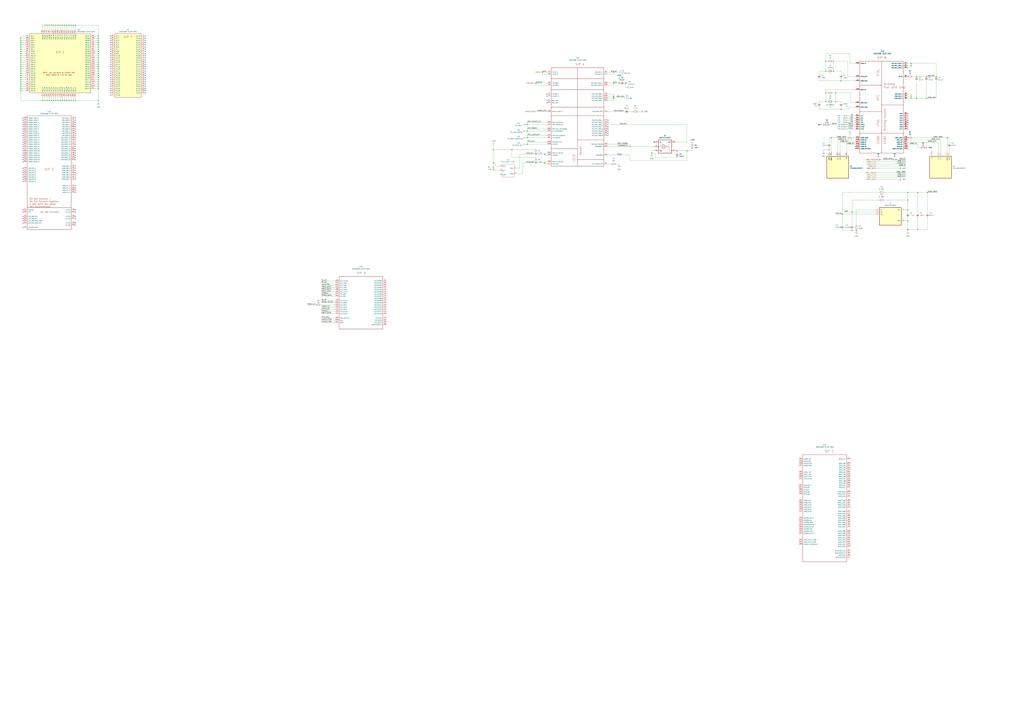
<source format=kicad_sch>
(kicad_sch (version 20211123) (generator eeschema)
  (paper "A0")
  (junction (at 1057.91 111.76))
  (junction (at 958.85 82.55))
  (junction (at 976.63 93.98))
  (junction (at 114.3 102.87))
  (junction (at 24.13 77.47))
  (junction (at 989.33 246.38))
  (junction (at 24.13 54.61))
  (junction (at 67.31 116.84))
  (junction (at 69.85 29.21))
  (junction (at 59.69 29.21))
  (junction (at 1076.96 223.52))
  (junction (at 114.3 69.85))
  (junction (at 114.3 95.25))
  (junction (at 24.13 87.63))
  (junction (at 114.3 44.45))
  (junction (at 958.85 107.95))
  (junction (at 24.13 95.25))
  (junction (at 24.13 102.87))
  (junction (at 59.69 116.84))
  (junction (at 976.63 127))
  (junction (at 114.3 74.93))
  (junction (at 114.3 64.77))
  (junction (at 1065.53 266.7))
  (junction (at 965.2 160.02))
  (junction (at 114.3 54.61))
  (junction (at 62.23 116.84))
  (junction (at 629.92 83.82))
  (junction (at 967.74 71.12))
  (junction (at 82.55 116.84))
  (junction (at 612.14 144.78))
  (junction (at 1057.91 73.66))
  (junction (at 24.13 105.41))
  (junction (at 80.01 116.84))
  (junction (at 572.77 189.23))
  (junction (at 24.13 57.15))
  (junction (at 72.39 116.84))
  (junction (at 114.3 62.23))
  (junction (at 989.33 267.97))
  (junction (at 114.3 80.01))
  (junction (at 72.39 29.21))
  (junction (at 114.3 67.31))
  (junction (at 24.13 49.53))
  (junction (at 114.3 97.79))
  (junction (at 1054.1 266.7))
  (junction (at 731.52 170.18))
  (junction (at 1064.26 114.3))
  (junction (at 958.85 118.11))
  (junction (at 54.61 29.21))
  (junction (at 622.3 96.52))
  (junction (at 114.3 100.33))
  (junction (at 54.61 116.84))
  (junction (at 594.36 173.99))
  (junction (at 49.53 116.84))
  (junction (at 114.3 82.55))
  (junction (at 726.44 96.52))
  (junction (at 24.13 92.71))
  (junction (at 1054.1 243.84))
  (junction (at 622.3 179.07))
  (junction (at 612.14 152.4))
  (junction (at 1054.1 256.54))
  (junction (at 24.13 100.33))
  (junction (at 114.3 49.53))
  (junction (at 77.47 116.84))
  (junction (at 74.93 116.84))
  (junction (at 712.47 113.03))
  (junction (at 114.3 90.17))
  (junction (at 82.55 29.21))
  (junction (at 1075.69 88.9))
  (junction (at 67.31 29.21))
  (junction (at 994.41 267.97))
  (junction (at 24.13 59.69))
  (junction (at 712.47 111.76))
  (junction (at 1065.53 223.52))
  (junction (at 24.13 90.17))
  (junction (at 1054.1 223.52))
  (junction (at 80.01 29.21))
  (junction (at 632.46 179.07))
  (junction (at 74.93 29.21))
  (junction (at 24.13 85.09))
  (junction (at 1057.91 76.2))
  (junction (at 1064.26 88.9))
  (junction (at 24.13 46.99))
  (junction (at 114.3 46.99))
  (junction (at 970.28 118.11))
  (junction (at 52.07 116.84))
  (junction (at 87.63 29.21))
  (junction (at 114.3 92.71))
  (junction (at 712.47 83.82))
  (junction (at 64.77 29.21))
  (junction (at 572.77 173.99))
  (junction (at 797.56 175.26))
  (junction (at 1099.82 160.02))
  (junction (at 62.23 29.21))
  (junction (at 114.3 116.84))
  (junction (at 970.28 107.95))
  (junction (at 1057.91 114.3))
  (junction (at 712.47 96.52))
  (junction (at 85.09 29.21))
  (junction (at 24.13 72.39))
  (junction (at 24.13 67.31))
  (junction (at 712.47 114.3))
  (junction (at 977.9 248.92))
  (junction (at 24.13 64.77))
  (junction (at 87.63 116.84))
  (junction (at 114.3 72.39))
  (junction (at 24.13 52.07))
  (junction (at 24.13 69.85))
  (junction (at 52.07 29.21))
  (junction (at 612.14 160.02))
  (junction (at 24.13 97.79))
  (junction (at 24.13 44.45))
  (junction (at 622.3 189.23))
  (junction (at 114.3 77.47))
  (junction (at 756.92 177.8))
  (junction (at 786.13 175.26))
  (junction (at 114.3 41.91))
  (junction (at 114.3 52.07))
  (junction (at 24.13 82.55))
  (junction (at 962.66 173.99))
  (junction (at 114.3 59.69))
  (junction (at 24.13 80.01))
  (junction (at 114.3 87.63))
  (junction (at 1087.12 88.9))
  (junction (at 69.85 116.84))
  (junction (at 1075.69 114.3))
  (junction (at 77.47 29.21))
  (junction (at 57.15 29.21))
  (junction (at 612.14 167.64))
  (junction (at 718.82 96.52))
  (junction (at 114.3 57.15))
  (junction (at 958.85 71.12))
  (junction (at 1054.1 232.41))
  (junction (at 24.13 74.93))
  (junction (at 85.09 116.84))
  (junction (at 57.15 116.84))
  (junction (at 967.74 82.55))
  (junction (at 114.3 85.09))
  (junction (at 24.13 62.23))
  (junction (at 632.46 189.23))
  (junction (at 64.77 116.84))
  (no_connect (at 128.27 107.95))
  (no_connect (at 128.27 95.25))
  (no_connect (at 706.12 149.86))
  (no_connect (at 128.27 69.85))
  (no_connect (at 87.63 180.34))
  (no_connect (at 87.63 139.7))
  (no_connect (at 168.91 90.17))
  (no_connect (at 87.63 218.44))
  (no_connect (at 26.67 137.16))
  (no_connect (at 1054.1 142.24))
  (no_connect (at 128.27 82.55))
  (no_connect (at 87.63 175.26))
  (no_connect (at 1054.1 170.18))
  (no_connect (at 128.27 80.01))
  (no_connect (at 1054.1 137.16))
  (no_connect (at 87.63 198.12))
  (no_connect (at 635 109.22))
  (no_connect (at 87.63 193.04))
  (no_connect (at 128.27 100.33))
  (no_connect (at 128.27 41.91))
  (no_connect (at 706.12 147.32))
  (no_connect (at 1054.1 147.32))
  (no_connect (at 87.63 149.86))
  (no_connect (at 128.27 54.61))
  (no_connect (at 26.67 243.84))
  (no_connect (at 87.63 208.28))
  (no_connect (at 168.91 57.15))
  (no_connect (at 128.27 49.53))
  (no_connect (at 1082.04 176.53))
  (no_connect (at 26.67 139.7))
  (no_connect (at 87.63 243.84))
  (no_connect (at 128.27 62.23))
  (no_connect (at 26.67 182.88))
  (no_connect (at 26.67 187.96))
  (no_connect (at 128.27 97.79))
  (no_connect (at 26.67 167.64))
  (no_connect (at 168.91 54.61))
  (no_connect (at 87.63 144.78))
  (no_connect (at 87.63 223.52))
  (no_connect (at 1054.1 172.72))
  (no_connect (at 635 111.76))
  (no_connect (at 26.67 185.42))
  (no_connect (at 87.63 215.9))
  (no_connect (at 168.91 62.23))
  (no_connect (at 87.63 162.56))
  (no_connect (at 87.63 203.2))
  (no_connect (at 128.27 110.49))
  (no_connect (at 26.67 203.2))
  (no_connect (at 87.63 246.38))
  (no_connect (at 26.67 254))
  (no_connect (at 26.67 205.74))
  (no_connect (at 706.12 154.94))
  (no_connect (at 706.12 142.24))
  (no_connect (at 168.91 85.09))
  (no_connect (at 128.27 77.47))
  (no_connect (at 168.91 59.69))
  (no_connect (at 128.27 92.71))
  (no_connect (at 168.91 72.39))
  (no_connect (at 168.91 67.31))
  (no_connect (at 168.91 69.85))
  (no_connect (at 87.63 170.18))
  (no_connect (at 87.63 152.4))
  (no_connect (at 87.63 142.24))
  (no_connect (at 87.63 259.08))
  (no_connect (at 26.67 154.94))
  (no_connect (at 26.67 142.24))
  (no_connect (at 87.63 167.64))
  (no_connect (at 128.27 87.63))
  (no_connect (at 168.91 100.33))
  (no_connect (at 26.67 264.16))
  (no_connect (at 993.14 172.72))
  (no_connect (at 87.63 157.48))
  (no_connect (at 128.27 105.41))
  (no_connect (at 26.67 172.72))
  (no_connect (at 26.67 162.56))
  (no_connect (at 87.63 172.72))
  (no_connect (at 128.27 72.39))
  (no_connect (at 168.91 82.55))
  (no_connect (at 87.63 200.66))
  (no_connect (at 26.67 177.8))
  (no_connect (at 87.63 195.58))
  (no_connect (at 87.63 185.42))
  (no_connect (at 26.67 251.46))
  (no_connect (at 1054.1 139.7))
  (no_connect (at 168.91 92.71))
  (no_connect (at 87.63 182.88))
  (no_connect (at 26.67 144.78))
  (no_connect (at 26.67 256.54))
  (no_connect (at 128.27 102.87))
  (no_connect (at 128.27 74.93))
  (no_connect (at 87.63 261.62))
  (no_connect (at 168.91 64.77))
  (no_connect (at 26.67 160.02))
  (no_connect (at 26.67 165.1))
  (no_connect (at 1054.1 134.62))
  (no_connect (at 168.91 49.53))
  (no_connect (at 26.67 246.38))
  (no_connect (at 87.63 220.98))
  (no_connect (at 87.63 160.02))
  (no_connect (at 168.91 52.07))
  (no_connect (at 168.91 102.87))
  (no_connect (at 759.46 165.1))
  (no_connect (at 168.91 74.93))
  (no_connect (at 128.27 59.69))
  (no_connect (at 168.91 46.99))
  (no_connect (at 1054.1 132.08))
  (no_connect (at 26.67 152.4))
  (no_connect (at 87.63 251.46))
  (no_connect (at 26.67 157.48))
  (no_connect (at 26.67 198.12))
  (no_connect (at 87.63 147.32))
  (no_connect (at 87.63 205.74))
  (no_connect (at 128.27 85.09))
  (no_connect (at 168.91 97.79))
  (no_connect (at 635 119.38))
  (no_connect (at 168.91 80.01))
  (no_connect (at 26.67 170.18))
  (no_connect (at 128.27 64.77))
  (no_connect (at 26.67 195.58))
  (no_connect (at 87.63 137.16))
  (no_connect (at 26.67 210.82))
  (no_connect (at 168.91 41.91))
  (no_connect (at 168.91 44.45))
  (no_connect (at 1054.1 144.78))
  (no_connect (at 128.27 46.99))
  (no_connect (at 128.27 52.07))
  (no_connect (at 128.27 57.15))
  (no_connect (at 1054.1 149.86))
  (no_connect (at 168.91 105.41))
  (no_connect (at 87.63 177.8))
  (no_connect (at 168.91 77.47))
  (no_connect (at 26.67 200.66))
  (no_connect (at 706.12 139.7))
  (no_connect (at 168.91 87.63))
  (no_connect (at 26.67 259.08))
  (no_connect (at 26.67 180.34))
  (no_connect (at 128.27 67.31))
  (no_connect (at 87.63 154.94))
  (no_connect (at 87.63 165.1))
  (no_connect (at 26.67 208.28))
  (no_connect (at 26.67 147.32))
  (no_connect (at 26.67 149.86))
  (no_connect (at 168.91 107.95))
  (no_connect (at 168.91 95.25))
  (no_connect (at 87.63 254))
  (no_connect (at 706.12 157.48))
  (no_connect (at 128.27 44.45))
  (no_connect (at 26.67 175.26))
  (no_connect (at 128.27 90.17))
  (no_connect (at 635 116.84))
  (no_connect (at 993.14 170.18))
  (no_connect (at 706.12 152.4))
  (wire (pts (xy 1065.53 252.73) (xy 1065.53 266.7)))
  (wire (pts (xy 24.13 72.39) (xy 29.21 72.39)))
  (wire (pts (xy 1092.2 162.56) (xy 1054.1 162.56)))
  (wire (pts (xy 373.38 372.11) (xy 388.62 372.11)))
  (wire (pts (xy 1075.69 114.3) (xy 1087.12 114.3)))
  (wire (pts (xy 72.39 29.21) (xy 74.93 29.21)))
  (wire (pts (xy 572.77 198.12) (xy 580.39 198.12)))
  (wire (pts (xy 57.15 29.21) (xy 57.15 34.29)))
  (wire (pts (xy 24.13 57.15) (xy 29.21 57.15)))
  (wire (pts (xy 24.13 97.79) (xy 24.13 100.33)))
  (wire (pts (xy 54.61 113.03) (xy 54.61 116.84)))
  (wire (pts (xy 24.13 105.41) (xy 29.21 105.41)))
  (wire (pts (xy 1017.27 195.58) (xy 1043.94 195.58)))
  (wire (pts (xy 975.36 165.1) (xy 975.36 176.53)))
  (wire (pts (xy 994.41 267.97) (xy 994.41 269.24)))
  (wire (pts (xy 731.52 180.34) (xy 731.52 186.69)))
  (wire (pts (xy 24.13 80.01) (xy 29.21 80.01)))
  (wire (pts (xy 951.23 91.44) (xy 951.23 93.98)))
  (wire (pts (xy 24.13 74.93) (xy 29.21 74.93)))
  (wire (pts (xy 62.23 116.84) (xy 64.77 116.84)))
  (wire (pts (xy 989.33 267.97) (xy 977.9 267.97)))
  (wire (pts (xy 958.85 118.11) (xy 951.23 118.11)))
  (wire (pts (xy 982.98 142.24) (xy 993.14 142.24)))
  (wire (pts (xy 24.13 44.45) (xy 29.21 44.45)))
  (wire (pts (xy 1054.1 243.84) (xy 1054.1 247.65)))
  (wire (pts (xy 24.13 72.39) (xy 24.13 74.93)))
  (wire (pts (xy 114.3 57.15) (xy 114.3 59.69)))
  (wire (pts (xy 986.79 62.23) (xy 958.85 62.23)))
  (wire (pts (xy 110.49 87.63) (xy 114.3 87.63)))
  (wire (pts (xy 24.13 95.25) (xy 29.21 95.25)))
  (wire (pts (xy 77.47 113.03) (xy 77.47 116.84)))
  (wire (pts (xy 612.14 167.64) (xy 635 167.64)))
  (wire (pts (xy 1057.91 78.74) (xy 1057.91 76.2)))
  (wire (pts (xy 24.13 90.17) (xy 29.21 90.17)))
  (wire (pts (xy 114.3 64.77) (xy 114.3 67.31)))
  (wire (pts (xy 64.77 29.21) (xy 67.31 29.21)))
  (wire (pts (xy 24.13 59.69) (xy 24.13 62.23)))
  (wire (pts (xy 1059.18 160.02) (xy 1099.82 160.02)))
  (wire (pts (xy 1057.91 114.3) (xy 1064.26 114.3)))
  (wire (pts (xy 114.3 100.33) (xy 114.3 102.87)))
  (wire (pts (xy 1064.26 114.3) (xy 1075.69 114.3)))
  (wire (pts (xy 607.06 189.23) (xy 622.3 189.23)))
  (wire (pts (xy 110.49 57.15) (xy 114.3 57.15)))
  (wire (pts (xy 575.31 193.04) (xy 580.39 193.04)))
  (wire (pts (xy 24.13 95.25) (xy 24.13 97.79)))
  (wire (pts (xy 976.63 127) (xy 951.23 127)))
  (wire (pts (xy 24.13 54.61) (xy 29.21 54.61)))
  (wire (pts (xy 54.61 116.84) (xy 57.15 116.84)))
  (wire (pts (xy 603.25 179.07) (xy 603.25 195.58)))
  (wire (pts (xy 632.46 177.8) (xy 632.46 179.07)))
  (wire (pts (xy 64.77 113.03) (xy 64.77 116.84)))
  (wire (pts (xy 594.36 173.99) (xy 622.3 173.99)))
  (wire (pts (xy 966.47 82.55) (xy 967.74 82.55)))
  (wire (pts (xy 69.85 116.84) (xy 72.39 116.84)))
  (wire (pts (xy 1054.1 256.54) (xy 1054.1 252.73)))
  (wire (pts (xy 612.14 149.86) (xy 635 149.86)))
  (wire (pts (xy 961.39 82.55) (xy 958.85 82.55)))
  (wire (pts (xy 74.93 116.84) (xy 77.47 116.84)))
  (wire (pts (xy 110.49 97.79) (xy 114.3 97.79)))
  (wire (pts (xy 1089.66 165.1) (xy 1089.66 176.53)))
  (wire (pts (xy 29.21 41.91) (xy 24.13 41.91)))
  (wire (pts (xy 373.38 349.25) (xy 388.62 349.25)))
  (wire (pts (xy 608.33 160.02) (xy 612.14 160.02)))
  (wire (pts (xy 87.63 116.84) (xy 114.3 116.84)))
  (wire (pts (xy 373.38 336.55) (xy 388.62 336.55)))
  (wire (pts (xy 1076.96 223.52) (xy 1088.39 223.52)))
  (wire (pts (xy 1075.69 93.98) (xy 1075.69 114.3)))
  (wire (pts (xy 572.77 173.99) (xy 572.77 189.23)))
  (wire (pts (xy 24.13 92.71) (xy 29.21 92.71)))
  (wire (pts (xy 110.49 82.55) (xy 114.3 82.55)))
  (wire (pts (xy 760.73 177.8) (xy 760.73 182.88)))
  (wire (pts (xy 962.66 171.45) (xy 962.66 173.99)))
  (wire (pts (xy 62.23 113.03) (xy 62.23 116.84)))
  (wire (pts (xy 603.25 179.07) (xy 622.3 179.07)))
  (wire (pts (xy 1054.1 243.84) (xy 1054.1 232.41)))
  (wire (pts (xy 114.3 82.55) (xy 114.3 85.09)))
  (wire (pts (xy 1026.16 232.41) (xy 1054.1 232.41)))
  (wire (pts (xy 629.92 86.36) (xy 635 86.36)))
  (wire (pts (xy 958.85 104.14) (xy 993.14 104.14)))
  (wire (pts (xy 114.3 102.87) (xy 114.3 116.84)))
  (wire (pts (xy 110.49 102.87) (xy 114.3 102.87)))
  (wire (pts (xy 726.44 96.52) (xy 727.71 96.52)))
  (wire (pts (xy 114.3 59.69) (xy 114.3 62.23)))
  (wire (pts (xy 114.3 49.53) (xy 114.3 52.07)))
  (wire (pts (xy 82.55 113.03) (xy 82.55 116.84)))
  (wire (pts (xy 24.13 100.33) (xy 24.13 102.87)))
  (wire (pts (xy 984.25 71.12) (xy 967.74 71.12)))
  (wire (pts (xy 726.44 96.52) (xy 726.44 101.6)))
  (wire (pts (xy 1087.12 114.3) (xy 1087.12 93.98)))
  (wire (pts (xy 976.63 118.11) (xy 976.63 119.38)))
  (wire (pts (xy 612.14 157.48) (xy 612.14 160.02)))
  (wire (pts (xy 730.25 129.54) (xy 735.33 129.54)))
  (wire (pts (xy 85.09 29.21) (xy 87.63 29.21)))
  (wire (pts (xy 622.3 96.52) (xy 635 96.52)))
  (wire (pts (xy 1057.91 109.22) (xy 1057.91 111.76)))
  (wire (pts (xy 958.85 82.55) (xy 951.23 82.55)))
  (wire (pts (xy 612.14 149.86) (xy 612.14 152.4)))
  (wire (pts (xy 970.28 248.92) (xy 977.9 248.92)))
  (wire (pts (xy 1102.36 171.45) (xy 1102.36 176.53)))
  (wire (pts (xy 629.92 83.82) (xy 635 83.82)))
  (wire (pts (xy 85.09 116.84) (xy 87.63 116.84)))
  (wire (pts (xy 972.82 162.56) (xy 993.14 162.56)))
  (wire (pts (xy 1054.1 167.64) (xy 1065.53 167.64)))
  (wire (pts (xy 966.47 71.12) (xy 967.74 71.12)))
  (wire (pts (xy 982.98 149.86) (xy 993.14 149.86)))
  (wire (pts (xy 977.9 223.52) (xy 1021.08 223.52)))
  (wire (pts (xy 114.3 90.17) (xy 114.3 92.71)))
  (wire (pts (xy 24.13 97.79) (xy 29.21 97.79)))
  (wire (pts (xy 110.49 100.33) (xy 114.3 100.33)))
  (wire (pts (xy 69.85 29.21) (xy 69.85 34.29)))
  (wire (pts (xy 962.66 144.78) (xy 971.55 144.78)))
  (wire (pts (xy 706.12 190.5) (xy 709.93 190.5)))
  (wire (pts (xy 760.73 182.88) (xy 786.13 182.88)))
  (wire (pts (xy 594.36 173.99) (xy 594.36 182.88)))
  (wire (pts (xy 951.23 127) (xy 951.23 124.46)))
  (wire (pts (xy 1054.1 78.74) (xy 1057.91 78.74)))
  (wire (pts (xy 718.82 92.71) (xy 718.82 96.52)))
  (wire (pts (xy 1102.36 160.02) (xy 1102.36 166.37)))
  (wire (pts (xy 114.3 85.09) (xy 114.3 87.63)))
  (wire (pts (xy 1087.12 88.9) (xy 1087.12 73.66)))
  (wire (pts (xy 114.3 52.07) (xy 114.3 54.61)))
  (wire (pts (xy 797.56 175.26) (xy 797.56 186.69)))
  (wire (pts (xy 993.14 88.9) (xy 984.25 88.9)))
  (wire (pts (xy 59.69 116.84) (xy 62.23 116.84)))
  (wire (pts (xy 756.92 175.26) (xy 759.46 175.26)))
  (wire (pts (xy 612.14 144.78) (xy 612.14 142.24)))
  (wire (pts (xy 985.52 124.46) (xy 985.52 127)))
  (wire (pts (xy 1017.27 205.74) (xy 1051.56 205.74)))
  (wire (pts (xy 82.55 29.21) (xy 85.09 29.21)))
  (wire (pts (xy 1036.32 185.42) (xy 1022.35 185.42)))
  (wire (pts (xy 803.91 175.26) (xy 803.91 172.72)))
  (wire (pts (xy 1075.69 88.9) (xy 1087.12 88.9)))
  (wire (pts (xy 24.13 69.85) (xy 24.13 72.39)))
  (wire (pts (xy 988.06 107.95) (xy 970.28 107.95)))
  (wire (pts (xy 612.14 144.78) (xy 635 144.78)))
  (wire (pts (xy 984.25 88.9) (xy 984.25 71.12)))
  (wire (pts (xy 110.49 62.23) (xy 114.3 62.23)))
  (wire (pts (xy 712.47 86.36) (xy 712.47 83.82)))
  (wire (pts (xy 706.12 86.36) (xy 712.47 86.36)))
  (wire (pts (xy 612.14 142.24) (xy 635 142.24)))
  (wire (pts (xy 110.49 46.99) (xy 114.3 46.99)))
  (wire (pts (xy 982.98 144.78) (xy 993.14 144.78)))
  (wire (pts (xy 1041.4 185.42) (xy 1051.56 185.42)))
  (wire (pts (xy 24.13 87.63) (xy 29.21 87.63)))
  (wire (pts (xy 797.56 175.26) (xy 803.91 175.26)))
  (wire (pts (xy 1076.96 223.52) (xy 1076.96 247.65)))
  (wire (pts (xy 632.46 189.23) (xy 632.46 190.5)))
  (wire (pts (xy 373.38 328.93) (xy 388.62 328.93)))
  (wire (pts (xy 114.3 41.91) (xy 114.3 44.45)))
  (wire (pts (xy 632.46 187.96) (xy 635 187.96)))
  (wire (pts (xy 975.36 165.1) (xy 993.14 165.1)))
  (wire (pts (xy 993.14 73.66) (xy 986.79 73.66)))
  (wire (pts (xy 57.15 29.21) (xy 59.69 29.21)))
  (wire (pts (xy 1054.1 256.54) (xy 1054.1 266.7)))
  (wire (pts (xy 52.07 113.03) (xy 52.07 116.84)))
  (wire (pts (xy 24.13 46.99) (xy 24.13 49.53)))
  (wire (pts (xy 52.07 116.84) (xy 54.61 116.84)))
  (wire (pts (xy 80.01 29.21) (xy 80.01 34.29)))
  (wire (pts (xy 24.13 82.55) (xy 29.21 82.55)))
  (wire (pts (xy 372.11 354.33) (xy 388.62 354.33)))
  (wire (pts (xy 373.38 361.95) (xy 388.62 361.95)))
  (wire (pts (xy 49.53 34.29) (xy 49.53 29.21)))
  (wire (pts (xy 988.06 119.38) (xy 988.06 107.95)))
  (wire (pts (xy 114.3 97.79) (xy 114.3 100.33)))
  (wire (pts (xy 87.63 113.03) (xy 87.63 116.84)))
  (wire (pts (xy 731.52 167.64) (xy 731.52 170.18)))
  (wire (pts (xy 608.33 152.4) (xy 612.14 152.4)))
  (wire (pts (xy 977.9 267.97) (xy 977.9 266.7)))
  (wire (pts (xy 1017.27 193.04) (xy 1051.56 193.04)))
  (wire (pts (xy 1017.27 208.28) (xy 1043.94 208.28)))
  (wire (pts (xy 976.63 93.98) (xy 993.14 93.98)))
  (wire (pts (xy 603.25 195.58) (xy 599.44 195.58)))
  (wire (pts (xy 67.31 113.03) (xy 67.31 116.84)))
  (wire (pts (xy 24.13 49.53) (xy 29.21 49.53)))
  (wire (pts (xy 972.82 162.56) (xy 972.82 176.53)))
  (wire (pts (xy 24.13 41.91) (xy 24.13 44.45)))
  (wire (pts (xy 110.49 74.93) (xy 114.3 74.93)))
  (wire (pts (xy 1054.1 223.52) (xy 1065.53 223.52)))
  (wire (pts (xy 951.23 82.55) (xy 951.23 86.36)))
  (wire (pts (xy 970.28 118.11) (xy 970.28 107.95)))
  (wire (pts (xy 80.01 116.84) (xy 82.55 116.84)))
  (wire (pts (xy 24.13 80.01) (xy 24.13 82.55)))
  (wire (pts (xy 712.47 113.03) (xy 725.17 113.03)))
  (wire (pts (xy 1054.1 165.1) (xy 1089.66 165.1)))
  (wire (pts (xy 74.93 29.21) (xy 74.93 34.29)))
  (wire (pts (xy 373.38 374.65) (xy 388.62 374.65)))
  (wire (pts (xy 110.49 64.77) (xy 114.3 64.77)))
  (wire (pts (xy 608.33 167.64) (xy 612.14 167.64)))
  (wire (pts (xy 608.33 144.78) (xy 612.14 144.78)))
  (wire (pts (xy 24.13 82.55) (xy 24.13 85.09)))
  (wire (pts (xy 67.31 29.21) (xy 67.31 34.29)))
  (wire (pts (xy 967.74 71.12) (xy 967.74 82.55)))
  (wire (pts (xy 24.13 87.63) (xy 24.13 90.17)))
  (wire (pts (xy 1065.53 247.65) (xy 1065.53 223.52)))
  (wire (pts (xy 373.38 334.01) (xy 388.62 334.01)))
  (wire (pts (xy 373.38 344.17) (xy 388.62 344.17)))
  (wire (pts (xy 1099.82 160.02) (xy 1102.36 160.02)))
  (wire (pts (xy 110.49 77.47) (xy 114.3 77.47)))
  (wire (pts (xy 985.52 127) (xy 976.63 127)))
  (wire (pts (xy 72.39 29.21) (xy 72.39 34.29)))
  (wire (pts (xy 958.85 71.12) (xy 958.85 82.55)))
  (wire (pts (xy 712.47 113.03) (xy 712.47 114.3)))
  (wire (pts (xy 373.38 351.79) (xy 388.62 351.79)))
  (wire (pts (xy 706.12 99.06) (xy 712.47 99.06)))
  (wire (pts (xy 612.14 157.48) (xy 635 157.48)))
  (wire (pts (xy 712.47 96.52) (xy 718.82 96.52)))
  (wire (pts (xy 632.46 187.96) (xy 632.46 189.23)))
  (wire (pts (xy 956.31 176.53) (xy 956.31 173.99)))
  (wire (pts (xy 1054.1 111.76) (xy 1057.91 111.76)))
  (wire (pts (xy 24.13 102.87) (xy 24.13 105.41)))
  (wire (pts (xy 1064.26 88.9) (xy 1075.69 88.9)))
  (wire (pts (xy 114.3 95.25) (xy 114.3 97.79)))
  (wire (pts (xy 114.3 54.61) (xy 114.3 57.15)))
  (wire (pts (xy 1092.2 176.53) (xy 1092.2 162.56)))
  (wire (pts (xy 110.49 54.61) (xy 114.3 54.61)))
  (wire (pts (xy 1054.1 232.41) (xy 1054.1 223.52)))
  (wire (pts (xy 612.14 160.02) (xy 635 160.02)))
  (wire (pts (xy 612.14 165.1) (xy 612.14 167.64)))
  (wire (pts (xy 1065.53 266.7) (xy 1076.96 266.7)))
  (wire (pts (xy 114.3 116.84) (xy 114.3 119.38)))
  (wire (pts (xy 114.3 80.01) (xy 114.3 82.55)))
  (wire (pts (xy 951.23 93.98) (xy 976.63 93.98)))
  (wire (pts (xy 599.44 201.93) (xy 607.06 201.93)))
  (wire (pts (xy 114.3 74.93) (xy 114.3 77.47)))
  (wire (pts (xy 993.14 124.46) (xy 985.52 124.46)))
  (wire (pts (xy 24.13 52.07) (xy 29.21 52.07)))
  (wire (pts (xy 1059.18 88.9) (xy 1064.26 88.9)))
  (wire (pts (xy 1087.12 73.66) (xy 1057.91 73.66)))
  (wire (pts (xy 110.49 92.71) (xy 114.3 92.71)))
  (wire (pts (xy 989.33 232.41) (xy 989.33 246.38)))
  (wire (pts (xy 24.13 74.93) (xy 24.13 77.47)))
  (wire (pts (xy 85.09 113.03) (xy 85.09 116.84)))
  (wire (pts (xy 24.13 69.85) (xy 29.21 69.85)))
  (wire (pts (xy 87.63 29.21) (xy 114.3 29.21)))
  (wire (pts (xy 373.38 356.87) (xy 388.62 356.87)))
  (wire (pts (xy 24.13 67.31) (xy 29.21 67.31)))
  (wire (pts (xy 706.12 96.52) (xy 712.47 96.52)))
  (wire (pts (xy 52.07 29.21) (xy 52.07 34.29)))
  (wire (pts (xy 1065.53 223.52) (xy 1076.96 223.52)))
  (wire (pts (xy 1016 246.38) (xy 989.33 246.38)))
  (wire (pts (xy 110.49 41.91) (xy 114.3 41.91)))
  (wire (pts (xy 1057.91 73.66) (xy 1054.1 73.66)))
  (wire (pts (xy 965.2 160.02) (xy 965.2 176.53)))
  (wire (pts (xy 1021.08 232.41) (xy 989.33 232.41)))
  (wire (pts (xy 24.13 85.09) (xy 24.13 87.63)))
  (wire (pts (xy 575.31 189.23) (xy 572.77 189.23)))
  (wire (pts (xy 572.77 173.99) (xy 594.36 173.99)))
  (wire (pts (xy 57.15 116.84) (xy 59.69 116.84)))
  (wire (pts (xy 982.98 137.16) (xy 993.14 137.16)))
  (wire (pts (xy 1051.56 256.54) (xy 1054.1 256.54)))
  (wire (pts (xy 712.47 83.82) (xy 720.09 83.82)))
  (wire (pts (xy 67.31 116.84) (xy 69.85 116.84)))
  (wire (pts (xy 24.13 44.45) (xy 24.13 46.99)))
  (wire (pts (xy 110.49 59.69) (xy 114.3 59.69)))
  (wire (pts (xy 110.49 95.25) (xy 114.3 95.25)))
  (wire (pts (xy 797.56 165.1) (xy 797.56 144.78)))
  (wire (pts (xy 1054.1 266.7) (xy 1065.53 266.7)))
  (wire (pts (xy 731.52 180.34) (xy 706.12 180.34)))
  (wire (pts (xy 1054.1 266.7) (xy 1054.1 269.24)))
  (wire (pts (xy 706.12 116.84) (xy 712.47 116.84)))
  (wire (pts (xy 114.3 69.85) (xy 114.3 72.39)))
  (wire (pts (xy 114.3 72.39) (xy 114.3 74.93)))
  (wire (pts (xy 1065.53 171.45) (xy 1069.34 171.45)))
  (wire (pts (xy 1051.56 243.84) (xy 1054.1 243.84)))
  (wire (pts (xy 82.55 116.84) (xy 85.09 116.84)))
  (wire (pts (xy 1017.27 200.66) (xy 1051.56 200.66)))
  (wire (pts (xy 731.52 170.18) (xy 759.46 170.18)))
  (wire (pts (xy 977.9 248.92) (xy 977.9 261.62)))
  (wire (pts (xy 740.41 129.54) (xy 744.22 129.54)))
  (wire (pts (xy 961.39 107.95) (xy 958.85 107.95)))
  (wire (pts (xy 635 177.8) (xy 632.46 177.8)))
  (wire (pts (xy 982.98 134.62) (xy 993.14 134.62)))
  (wire (pts (xy 989.33 246.38) (xy 989.33 261.62)))
  (wire (pts (xy 1057.91 111.76) (xy 1057.91 114.3)))
  (wire (pts (xy 612.14 165.1) (xy 635 165.1)))
  (wire (pts (xy 706.12 114.3) (xy 712.47 114.3)))
  (wire (pts (xy 24.13 49.53) (xy 24.13 52.07)))
  (wire (pts (xy 982.98 147.32) (xy 993.14 147.32)))
  (wire (pts (xy 87.63 29.21) (xy 87.63 34.29)))
  (wire (pts (xy 980.44 246.38) (xy 989.33 246.38)))
  (wire (pts (xy 797.56 144.78) (xy 706.12 144.78)))
  (wire (pts (xy 622.3 182.88) (xy 622.3 184.15)))
  (wire (pts (xy 110.49 85.09) (xy 114.3 85.09)))
  (wire (pts (xy 994.41 243.84) (xy 994.41 261.62)))
  (wire (pts (xy 373.38 326.39) (xy 388.62 326.39)))
  (wire (pts (xy 756.92 177.8) (xy 760.73 177.8)))
  (wire (pts (xy 373.38 359.41) (xy 388.62 359.41)))
  (wire (pts (xy 718.82 191.77) (xy 718.82 190.5)))
  (wire (pts (xy 706.12 129.54) (xy 725.17 129.54)))
  (wire (pts (xy 54.61 29.21) (xy 54.61 34.29)))
  (wire (pts (xy 114.3 44.45) (xy 114.3 46.99)))
  (wire (pts (xy 24.13 46.99) (xy 29.21 46.99)))
  (wire (pts (xy 110.49 49.53) (xy 114.3 49.53)))
  (wire (pts (xy 77.47 29.21) (xy 80.01 29.21)))
  (wire (pts (xy 976.63 91.44) (xy 976.63 93.98)))
  (wire (pts (xy 24.13 54.61) (xy 24.13 57.15)))
  (wire (pts (xy 612.14 152.4) (xy 635 152.4)))
  (wire (pts (xy 718.82 96.52) (xy 720.09 96.52)))
  (wire (pts (xy 956.31 173.99) (xy 962.66 173.99)))
  (wire (pts (xy 970.28 118.11) (xy 966.47 118.11)))
  (wire (pts (xy 1017.27 187.96) (xy 1051.56 187.96)))
  (wire (pts (xy 982.98 139.7) (xy 993.14 139.7)))
  (wire (pts (xy 967.74 82.55) (xy 976.63 82.55)))
  (wire (pts (xy 114.3 62.23) (xy 114.3 64.77)))
  (wire (pts (xy 706.12 111.76) (xy 712.47 111.76)))
  (wire (pts (xy 982.98 167.64) (xy 993.14 167.64)))
  (wire (pts (xy 970.28 107.95) (xy 966.47 107.95)))
  (wire (pts (xy 49.53 116.84) (xy 52.07 116.84)))
  (wire (pts (xy 59.69 29.21) (xy 59.69 34.29)))
  (wire (pts (xy 24.13 57.15) (xy 24.13 59.69)))
  (wire (pts (xy 1076.96 266.7) (xy 1076.96 252.73)))
  (wire (pts (xy 756.92 175.26) (xy 756.92 177.8)))
  (wire (pts (xy 52.07 29.21) (xy 54.61 29.21)))
  (wire (pts (xy 994.41 266.7) (xy 994.41 267.97)))
  (wire (pts (xy 1054.1 114.3) (xy 1057.91 114.3)))
  (wire (pts (xy 961.39 71.12) (xy 958.85 71.12)))
  (wire (pts (xy 49.53 29.21) (xy 52.07 29.21)))
  (wire (pts (xy 110.49 90.17) (xy 114.3 90.17)))
  (wire (pts (xy 77.47 116.84) (xy 80.01 116.84)))
  (wire (pts (xy 24.13 116.84) (xy 49.53 116.84)))
  (wire (pts (xy 24.13 67.31) (xy 24.13 69.85)))
  (wire (pts (xy 622.3 99.06) (xy 635 99.06)))
  (wire (pts (xy 951.23 118.11) (xy 951.23 119.38)))
  (wire (pts (xy 712.47 111.76) (xy 712.47 113.03)))
  (wire (pts (xy 1026.16 223.52) (xy 1054.1 223.52)))
  (wire (pts (xy 24.13 62.23) (xy 24.13 64.77)))
  (wire (pts (xy 62.23 29.21) (xy 62.23 34.29)))
  (wire (pts (xy 24.13 77.47) (xy 29.21 77.47)))
  (wire (pts (xy 69.85 113.03) (xy 69.85 116.84)))
  (wire (pts (xy 712.47 109.22) (xy 712.47 111.76)))
  (wire (pts (xy 64.77 116.84) (xy 67.31 116.84)))
  (wire (pts (xy 373.38 339.09) (xy 388.62 339.09)))
  (wire (pts (xy 24.13 92.71) (xy 24.13 95.25)))
  (wire (pts (xy 80.01 29.21) (xy 82.55 29.21)))
  (wire (pts (xy 72.39 116.84) (xy 74.93 116.84)))
  (wire (pts (xy 110.49 80.01) (xy 114.3 80.01)))
  (wire (pts (xy 962.66 160.02) (xy 965.2 160.02)))
  (wire (pts (xy 24.13 90.17) (xy 24.13 92.71)))
  (wire (pts (xy 976.63 82.55) (xy 976.63 86.36)))
  (wire (pts (xy 962.66 173.99) (xy 962.66 176.53)))
  (wire (pts (xy 976.63 127) (xy 976.63 124.46)))
  (wire (pts (xy 622.3 189.23) (xy 632.46 189.23)))
  (wire (pts (xy 622.3 129.54) (xy 635 129.54)))
  (wire (pts (xy 784.86 165.1) (xy 797.56 165.1)))
  (wire (pts (xy 706.12 167.64) (xy 731.52 167.64)))
  (wire (pts (xy 1057.91 76.2) (xy 1057.91 73.66)))
  (wire (pts (xy 74.93 29.21) (xy 77.47 29.21)))
  (wire (pts (xy 632.46 179.07) (xy 632.46 180.34)))
  (wire (pts (xy 725.17 96.52) (xy 726.44 96.52)))
  (wire (pts (xy 712.47 99.06) (xy 712.47 96.52)))
  (wire (pts (xy 958.85 62.23) (xy 958.85 71.12)))
  (wire (pts (xy 984.25 160.02) (xy 965.2 160.02)))
  (wire (pts (xy 24.13 100.33) (xy 29.21 100.33)))
  (wire (pts (xy 114.3 67.31) (xy 114.3 69.85)))
  (wire (pts (xy 629.92 83.82) (xy 629.92 86.36)))
  (wire (pts (xy 1099.82 160.02) (xy 1099.82 176.53)))
  (wire (pts (xy 1054.1 109.22) (xy 1057.91 109.22)))
  (wire (pts (xy 622.3 99.06) (xy 622.3 96.52)))
  (wire (pts (xy 976.63 118.11) (xy 970.28 118.11)))
  (wire (pts (xy 619.76 96.52) (xy 622.3 96.52)))
  (wire (pts (xy 786.13 175.26) (xy 797.56 175.26)))
  (wire (pts (xy 24.13 64.77) (xy 24.13 67.31)))
  (wire (pts (xy 110.49 44.45) (xy 114.3 44.45)))
  (wire (pts (xy 607.06 201.93) (xy 607.06 189.23)))
  (wire (pts (xy 706.12 109.22) (xy 712.47 109.22)))
  (wire (pts (xy 1016 248.92) (xy 977.9 248.92)))
  (wire (pts (xy 80.01 113.03) (xy 80.01 116.84)))
  (wire (pts (xy 24.13 105.41) (xy 24.13 116.84)))
  (wire (pts (xy 1065.53 171.45) (xy 1065.53 167.64)))
  (wire (pts (xy 356.87 354.33) (xy 367.03 354.33)))
  (wire (pts (xy 24.13 85.09) (xy 29.21 85.09)))
  (wire (pts (xy 24.13 64.77) (xy 29.21 64.77)))
  (wire (pts (xy 958.85 107.95) (xy 958.85 104.14)))
  (wire (pts (xy 756.92 177.8) (xy 756.92 179.07)))
  (wire (pts (xy 373.38 341.63) (xy 388.62 341.63)))
  (wire (pts (xy 62.23 29.21) (xy 64.77 29.21)))
  (wire (pts (xy 786.13 175.26) (xy 786.13 177.8)))
  (wire (pts (xy 110.49 52.07) (xy 114.3 52.07)))
  (wire (pts (xy 49.53 113.03) (xy 49.53 116.84)))
  (wire (pts (xy 994.41 267.97) (xy 989.33 267.97)))
  (wire (pts (xy 726.44 101.6) (xy 727.71 101.6)))
  (wire (pts (xy 59.69 113.03) (xy 59.69 116.84)))
  (wire (pts (xy 712.47 116.84) (xy 712.47 114.3)))
  (wire (pts (xy 24.13 102.87) (xy 29.21 102.87)))
  (wire (pts (xy 114.3 29.21) (xy 114.3 41.91)))
  (wire (pts (xy 114.3 46.99) (xy 114.3 49.53)))
  (wire (pts (xy 373.38 369.57) (xy 388.62 369.57)))
  (wire (pts (xy 373.38 364.49) (xy 388.62 364.49)))
  (wire (pts (xy 373.38 331.47) (xy 388.62 331.47)))
  (wire (pts (xy 69.85 29.21) (xy 72.39 29.21)))
  (wire (pts (xy 74.93 113.03) (xy 74.93 116.84)))
  (wire (pts (xy 114.3 87.63) (xy 114.3 90.17)))
  (wire (pts (xy 594.36 182.88) (xy 622.3 182.88)))
  (wire (pts (xy 962.66 166.37) (xy 962.66 160.02)))
  (wire (pts (xy 82.55 29.21) (xy 82.55 34.29)))
  (wire (pts (xy 961.39 118.11) (xy 958.85 118.11)))
  (wire (pts (xy 993.14 119.38) (xy 988.06 119.38)))
  (wire (pts (xy 110.49 69.85) (xy 114.3 69.85)))
  (wire (pts (xy 977.9 248.92) (xy 977.9 223.52)))
  (wire (pts (xy 718.82 190.5) (xy 715.01 190.5)))
  (wire (pts (xy 706.12 83.82) (xy 712.47 83.82)))
  (wire (pts (xy 59.69 29.21) (xy 62.23 29.21)))
  (wire (pts (xy 1054.1 76.2) (xy 1057.91 76.2)))
  (wire (pts (xy 54.61 29.21) (xy 57.15 29.21)))
  (wire (pts (xy 982.98 167.64) (xy 982.98 176.53)))
  (wire (pts (xy 572.77 168.91) (xy 572.77 173.99)))
  (wire (pts (xy 1064.26 93.98) (xy 1064.26 114.3)))
  (wire (pts (xy 85.09 29.21) (xy 85.09 34.29)))
  (wire (pts (xy 110.49 67.31) (xy 114.3 67.31)))
  (wire (pts (xy 986.79 73.66) (xy 986.79 62.23)))
  (wire (pts (xy 572.77 189.23) (xy 572.77 193.04)))
  (wire (pts (xy 77.47 29.21) (xy 77.47 34.29)))
  (wire (pts (xy 575.31 193.04) (xy 575.31 189.23)))
  (wire (pts (xy 24.13 62.23) (xy 29.21 62.23)))
  (wire (pts (xy 57.15 113.03) (xy 57.15 116.84)))
  (wire (pts (xy 24.13 59.69) (xy 29.21 59.69)))
  (wire (pts (xy 632.46 180.34) (xy 635 180.34)))
  (wire (pts (xy 989.33 266.7) (xy 989.33 267.97)))
  (wire (pts (xy 110.49 72.39) (xy 114.3 72.39)))
  (wire (pts (xy 958.85 107.95) (xy 958.85 118.11)))
  (wire (pts (xy 24.13 52.07) (xy 24.13 54.61)))
  (wire (pts (xy 114.3 77.47) (xy 114.3 80.01)))
  (wire (pts (xy 784.86 175.26) (xy 786.13 175.26)))
  (wire (pts (xy 989.33 160.02) (xy 993.14 160.02)))
  (wire (pts (xy 632.46 190.5) (xy 635 190.5)))
  (wire (pts (xy 1017.27 190.5) (xy 1051.56 190.5)))
  (wire (pts (xy 731.52 186.69) (xy 797.56 186.69)))
  (wire (pts (xy 1016 243.84) (xy 994.41 243.84)))
  (wire (pts (xy 114.3 92.71) (xy 114.3 95.25)))
  (wire (pts (xy 64.77 29.21) (xy 64.77 34.29)))
  (wire (pts (xy 622.3 179.07) (xy 632.46 179.07)))
  (wire (pts (xy 72.39 113.03) (xy 72.39 116.84)))
  (wire (pts (xy 1017.27 203.2) (xy 1051.56 203.2)))
  (wire (pts (xy 627.38 83.82) (xy 629.92 83.82)))
  (wire (pts (xy 67.31 29.21) (xy 69.85 29.21)))
  (wire (pts (xy 706.12 170.18) (xy 731.52 170.18)))
  (wire (pts (xy 24.13 77.47) (xy 24.13 80.01)))
  (label "LDO_PGOOD" (at 612.14 149.86 0))
  (label "VDD_RTC" (at 727.71 144.78 180))
  (label "USB1_D_N" (at 1051.56 203.2 180))
  (label "MMC2_CMD" (at 373.38 339.09 0))
  (label "GPIO3_DAT3" (at 373.38 344.17 0))
  (label "UART3_TX" (at 373.38 356.87 0))
  (label "MMC2_CLK" (at 356.87 354.33 0))
  (label "WLAN_IRQ" (at 373.38 331.47 0))
  (label "TMS" (at 990.6 142.24 180))
  (label "USB0_ID" (at 1051.56 193.04 180))
  (label "I2C0_SCL" (at 610.87 179.07 0))
  (label "TCK" (at 990.6 139.7 180))
  (label "USB1_VBUS" (at 1051.56 200.66 180))
  (label "USB0_ID" (at 982.98 167.64 0))
  (label "USB0_D_N" (at 1051.56 187.96 180))
  (label "TDI" (at 990.6 134.62 180))
  (label "USB0_D_P" (at 1051.56 190.5 180))
  (label "3.3V" (at 716.28 96.52 180))
  (label "GPIO3_1" (at 373.38 341.63 0))
  (label "VDD_ADC" (at 1076.96 88.9 0))
  (label "USB1_VBUS" (at 1088.39 223.52 180))
  (label "VDD_3V3AUX" (at 712.47 129.54 0))
  (label "USB1_D_P" (at 1087.12 165.1 180))
  (label "USB1_D_P" (at 1051.56 205.74 180))
  (label "POWER_BTN" (at 623.57 129.54 0))
  (label "UART3_RTSN" (at 373.38 372.11 0))
  (label "GPIO3_2" (at 373.38 361.95 0))
  (label "PMIC_PGOOD" (at 728.98 167.64 180))
  (label "PWRONRSTN" (at 728.98 170.18 180))
  (label "MMC2_DAT0" (at 373.38 364.49 0))
  (label "BT_OE" (at 373.38 349.25 0))
  (label "USB0_D_N" (at 972.82 162.56 0))
  (label "WL_EN" (at 373.38 326.39 0))
  (label "GNDA_ADC" (at 1076.96 114.3 0))
  (label "UART3_CTSN" (at 373.38 374.65 0))
  (label "PMIC_INT" (at 612.14 165.1 0))
  (label "USB0_VBUS" (at 1036.32 185.42 180))
  (label "I2C0_SDA" (at 610.87 189.23 0))
  (label "MMC2_DAT1" (at 373.38 336.55 0))
  (label "5.0V" (at 980.44 246.38 0))
  (label "USB1_D_N" (at 1090.93 162.56 180))
  (label "PMIC_POWER_EN" (at 612.14 142.24 0))
  (label "USB1_ID" (at 1064.26 167.64 180))
  (label "SYS_5V" (at 716.28 83.82 180))
  (label "USB0_D_P" (at 975.36 165.1 0))
  (label "VDD_1V8" (at 723.9 113.03 180))
  (label "UART3_RX" (at 373.38 359.41 0))
  (label "EMU1" (at 990.6 149.86 180))
  (label "PMIC_NWAKEUP" (at 612.14 157.48 0))
  (label "BT_EN" (at 373.38 328.93 0))
  (label "USB0_VBUS" (at 971.55 160.02 0))
  (label "USB1_VBUS" (at 1094.74 160.02 180))
  (label "EMU0" (at 990.6 147.32 180))
  (label "RESET" (at 722.63 180.34 180))
  (label "USB_DC" (at 622.3 96.52 0))
  (label "TRSTN" (at 971.55 144.78 180))
  (label "SPI1_SS1" (at 373.38 369.57 0))
  (label "TDO" (at 990.6 137.16 180))
  (label "5.0V" (at 629.92 83.82 0))
  (label "DCAN1_SILENT" (at 373.38 351.79 0))
  (label "TRSTN" (at 990.6 144.78 180))
  (label "SYS_5V" (at 970.28 248.92 0))
  (label "MMC2_DAT2" (at 373.38 334.01 0))
  (label "USB_DC" (at 1051.56 185.42 180))
  (hierarchical_label "USB1_D_N" (shape input) (at 1017.27 203.2 180))
  (hierarchical_label "USB1_GND" (shape input) (at 1017.27 208.28 180))
  (hierarchical_label "POWER_BTN" (shape input) (at 622.3 129.54 180))
  (hierarchical_label "USB_DC" (shape input) (at 619.76 96.52 180))
  (hierarchical_label "USB0_GND" (shape input) (at 1017.27 195.58 180))
  (hierarchical_label "USB0_D_N" (shape input) (at 1017.27 187.96 180))
  (hierarchical_label "USB1_D_P" (shape input) (at 1017.27 205.74 180))
  (hierarchical_label "USB1_VBUS" (shape input) (at 1017.27 200.66 180))
  (hierarchical_label "USB0_D_P" (shape input) (at 1017.27 190.5 180))
  (hierarchical_label "5.0V" (shape input) (at 627.38 83.82 180))
  (hierarchical_label "USB0_ID" (shape input) (at 1017.27 193.04 180))
  (hierarchical_label "USB0_VBUS" (shape input) (at 1017.27 185.42 180))
  (symbol (lib_id "TPD4S012DRYR:TPD4S012DRYR") (at 1092.2 194.31 90) (mirror x) (unit 1)
    (property "Reference" "U?" (at 1106.17 193.0399 90) (effects (justify right)))
    (property "Value" "TPD4S012DRYR" (at 1106.17 195.5799 90) (effects (justify right)))
    (property "Footprint" "PSON50P145X100X60-6N" (effects hide))
  )
  (symbol (lib_id "24LC_32AT-IOT:24LC_32AT-I{slash}OT") (at 590.55 198.12 0) (unit 1)
    (property "Reference" "U?" (at 589.915 185.42 0))
    (property "Value" "24LC_32AT-I/OT" (at 589.915 187.96 0))
  )
  (symbol (lib_id "Device:R_Small") (at 1023.62 223.52 90) (unit 1)
    (property "Reference" "R?" (at 1023.62 217.17 90))
    (property "Value" "0 DNP" (at 1023.62 219.71 90))
  )
  (symbol (lib_id "Connector:TestPoint_Small") (at 982.98 139.7 90) (unit 1)
    (property "Reference" "TP?" (at 974.09 139.7 90))
    (property "Value" "TCK" (at 980.44 139.7 90))
  )
  (symbol (lib_id "Device:C_Small") (at 1054.1 250.19 0) (unit 1)
    (property "Reference" "C?" (at 1059.18 247.65 0) (effects (justify right)))
    (property "Value" "1uF" (at 1061.72 250.19 0) (effects (justify right)))
  )
  (symbol (lib_id "Device:R_Small") (at 1071.88 171.45 90) (unit 1)
    (property "Reference" "R?" (at 1071.88 166.37 90))
    (property "Value" "0" (at 1071.88 168.91 90))
  )
  (symbol (lib_id "Connector:TestPoint_Small") (at 982.98 142.24 90) (unit 1)
    (property "Reference" "TP?" (at 974.09 142.24 90))
    (property "Value" "TMS" (at 980.44 142.24 90))
  )
  (symbol (lib_id "Device:Crystal_Small") (at 963.93 82.55 0) (unit 1)
    (property "Reference" "Y?" (at 963.93 76.2 0))
    (property "Value" "24MHz" (at 963.93 78.74 0))
  )
  (symbol (lib_id "Connector:TestPoint_Small") (at 725.17 113.03 0) (unit 1)
    (property "Reference" "TP?" (at 726.44 111.7599 0) (effects (justify left)))
    (property "Value" "TP_1.8V" (at 726.44 114.2999 0) (effects (justify left)))
  )
  (symbol (lib_id "Device:R_Small") (at 986.79 160.02 90) (unit 1)
    (property "Reference" "R?" (at 986.79 153.67 90))
    (property "Value" "0" (at 986.79 156.21 90))
  )
  (symbol (lib_id "Device:C_Small") (at 1065.53 250.19 0) (unit 1)
    (property "Reference" "C?" (at 1070.61 247.65 0) (effects (justify right)))
    (property "Value" "10uF" (at 1073.15 250.19 0) (effects (justify right)))
  )
  (symbol (lib_id "OSD3358-512M-BAS:OSD3358-512M-BAS") (at 69.85 72.39 0) (unit 5)
    (property "Reference" "U1" (at 89.5097 34.29 0) (effects (justify left)))
    (property "Value" "OSD3358-512M-BAS" (at 89.5097 36.83 0) (effects (justify left)))
    (property "Footprint" "OSD3358-512M-BAS:OSD335X-BGA-400" (effects hide))
  )
  (symbol (lib_id "Device:C_Small") (at 786.13 180.34 0) (unit 1)
    (property "Reference" "C?" (at 788.67 179.0762 0) (effects (justify left)))
    (property "Value" "2.2uF" (at 788.67 181.6162 0) (effects (justify left)))
  )
  (symbol (lib_id "power:GND") (at 727.71 101.6 90) (unit 1)
    (property "Reference" "#PWR?" (effects hide))
    (property "Value" "GND" (at 731.52 101.5999 90) (effects (justify right)))
  )
  (symbol (lib_id "TPS2105DBVR:TPS2105DBVR") (at 1033.78 251.46 0) (unit 1)
    (property "Reference" "U?" (at 1033.78 236.22 0))
    (property "Value" "TPS2105DBVR" (at 1033.78 238.76 0))
    (property "Footprint" "SOT95P280X145-5N" (effects hide))
  )
  (symbol (lib_id "Device:Crystal_Small") (at 963.93 118.11 180) (unit 1)
    (property "Reference" "Y?" (at 963.93 124.46 0))
    (property "Value" "32.768kHz" (at 963.93 121.92 0))
  )
  (symbol (lib_id "Connector:TestPoint_Small") (at 608.33 160.02 90) (unit 1)
    (property "Reference" "TP?" (at 601.98 158.75 90))
    (property "Value" "TP_PMIC_NWAKEUP" (at 598.17 161.29 90))
  )
  (symbol (lib_id "Device:R_Small") (at 803.91 170.18 180) (unit 1)
    (property "Reference" "R?" (at 806.45 168.9099 0) (effects (justify right)))
    (property "Value" "10k" (at 806.45 171.4499 0) (effects (justify right)))
  )
  (symbol (lib_id "power:+3.3V") (at 803.91 167.64 0) (unit 1)
    (property "Reference" "#PWR?" (effects hide))
    (property "Value" "+3.3V" (at 803.91 162.56 0))
  )
  (symbol (lib_id "power:GND") (at 1054.1 269.24 0) (unit 1)
    (property "Reference" "#PWR?" (effects hide))
    (property "Value" "GND" (at 1054.1 274.32 0))
  )
  (symbol (lib_id "SN74LVC1G07:SN74LVC1G07") (at 772.16 170.18 0) (unit 1)
    (property "Reference" "U?" (at 772.16 157.48 0))
    (property "Value" "SN74LVC1G07" (at 772.16 160.02 0))
  )
  (symbol (lib_id "power:GND") (at 744.22 129.54 90) (unit 1)
    (property "Reference" "#PWR?" (effects hide))
    (property "Value" "GND" (at 748.03 129.5399 90) (effects (justify right)))
  )
  (symbol (lib_id "Connector:TestPoint_Small") (at 982.98 144.78 90) (unit 1)
    (property "Reference" "TP?" (at 974.09 144.78 90))
    (property "Value" "TRSTN" (at 979.17 144.78 90))
  )
  (symbol (lib_id "Device:R_Small") (at 369.57 354.33 90) (unit 1)
    (property "Reference" "R?" (at 369.57 349.25 90))
    (property "Value" "33" (at 369.57 351.79 90))
  )
  (symbol (lib_id "Device:R_Small") (at 960.12 144.78 90) (unit 1)
    (property "Reference" "R?" (at 960.12 139.7 90))
    (property "Value" "4.7k" (at 960.12 142.24 90))
  )
  (symbol (lib_id "power:GND") (at 1043.94 195.58 90) (unit 1)
    (property "Reference" "#PWR?" (effects hide))
    (property "Value" "GND" (at 1047.75 195.58 90) (effects (justify right)))
  )
  (symbol (lib_id "OSD3358-512M-BAS:OSD3358-512M-BAS") (at 393.7 382.27 0) (unit 4)
    (property "Reference" "U1" (at 419.1 309.88 0))
    (property "Value" "OSD3358-512M-BAS" (at 419.1 312.42 0))
    (property "Footprint" "OSD3358-512M-BAS:OSD335X-BGA-400" (effects hide))
  )
  (symbol (lib_id "power:GND") (at 994.41 269.24 0) (unit 1)
    (property "Reference" "#PWR?" (effects hide))
    (property "Value" "GND" (at 994.41 274.32 0))
  )
  (symbol (lib_id "Device:C_Small") (at 976.63 88.9 0) (unit 1)
    (property "Reference" "C?" (at 979.17 87.6362 0) (effects (justify left)))
    (property "Value" "10pF" (at 979.17 90.1762 0) (effects (justify left)))
  )
  (symbol (lib_id "Device:C_Small") (at 976.63 121.92 0) (unit 1)
    (property "Reference" "C?" (at 984.25 123.19 0) (effects (justify right)))
    (property "Value" "10pF" (at 984.25 120.65 0) (effects (justify right)))
  )
  (symbol (lib_id "Device:R_Small") (at 1038.86 185.42 90) (unit 1)
    (property "Reference" "R?" (at 1038.86 179.07 90))
    (property "Value" "0" (at 1038.86 181.61 90))
  )
  (symbol (lib_id "OSD3358-512M-BAS:OSD3358-512M-BAS") (at 932.18 652.78 0) (unit 3)
    (property "Reference" "U1" (at 957.58 516.89 0))
    (property "Value" "OSD3358-512M-BAS" (at 957.58 519.43 0))
    (property "Footprint" "OSD3358-512M-BAS:OSD335X-BGA-400" (effects hide))
  )
  (symbol (lib_id "power:GND") (at 956.31 176.53 0) (unit 1)
    (property "Reference" "#PWR?" (effects hide))
    (property "Value" "GND" (at 956.31 181.61 0))
  )
  (symbol (lib_id "Device:C_Small") (at 1102.36 168.91 0) (unit 1)
    (property "Reference" "C?" (at 1107.44 166.37 0) (effects (justify right)))
    (property "Value" "0.1uF" (at 1109.98 168.91 0) (effects (justify right)))
  )
  (symbol (lib_id "Device:R_Small") (at 1056.64 88.9 90) (unit 1)
    (property "Reference" "R?" (at 1056.64 82.55 90))
    (property "Value" "0" (at 1056.64 85.09 90))
  )
  (symbol (lib_id "TPD4S012DRYR:TPD4S012DRYR") (at 972.82 194.31 270) (unit 1)
    (property "Reference" "U?" (at 986.79 193.0399 90) (effects (justify left)))
    (property "Value" "TPD4S012DRYR" (at 986.79 195.5799 90) (effects (justify left)))
    (property "Footprint" "PSON50P145X100X60-6N" (effects hide))
  )
  (symbol (lib_id "power:GND") (at 1043.94 208.28 90) (unit 1)
    (property "Reference" "#PWR?" (effects hide))
    (property "Value" "GND" (at 1047.75 208.2799 90) (effects (justify right)))
  )
  (symbol (lib_id "Connector:TestPoint_Small") (at 608.33 144.78 90) (unit 1)
    (property "Reference" "TP?" (at 601.98 143.51 90))
    (property "Value" "TP_PMIC" (at 601.98 146.05 90))
  )
  (symbol (lib_id "Device:R_Small") (at 712.47 190.5 90) (unit 1)
    (property "Reference" "R?" (at 712.47 184.15 90))
    (property "Value" "10k" (at 712.47 186.69 90))
  )
  (symbol (lib_id "Device:C_Small") (at 1087.12 91.44 0) (unit 1)
    (property "Reference" "C?" (at 1089.66 90.1762 0) (effects (justify left)))
    (property "Value" "0.1uF" (at 1089.66 92.7162 0) (effects (justify left)))
  )
  (symbol (lib_id "OSD3358-512M-BAS:OSD3358-512M-BAS") (at 998.22 177.8 0) (unit 2)
    (property "Reference" "U1" (at 1024.6224 59.69 0))
    (property "Value" "OSD3358-512M-BAS" (at 1024.6224 62.23 0))
    (property "Footprint" "OSD3358-512M-BAS:OSD335X-BGA-400" (effects hide))
  )
  (symbol (lib_id "Device:C_Small") (at 977.9 264.16 180) (unit 1)
    (property "Reference" "C?" (at 970.28 261.62 0) (effects (justify right)))
    (property "Value" "0.22uF" (at 970.28 264.16 0) (effects (justify right)))
  )
  (symbol (lib_id "Device:R_Small") (at 1019.81 185.42 90) (unit 1)
    (property "Reference" "R?" (at 1019.81 179.07 90))
    (property "Value" "0" (at 1019.81 181.61 90))
  )
  (symbol (lib_id "Device:C_Small") (at 722.63 96.52 90) (unit 1)
    (property "Reference" "C?" (at 722.6363 90.17 90))
    (property "Value" "0.1uF" (at 722.6363 92.71 90))
  )
  (symbol (lib_id "Device:R_Small") (at 737.87 129.54 90) (unit 1)
    (property "Reference" "R?" (at 737.87 123.19 90))
    (property "Value" "4.7k" (at 737.87 125.73 90))
  )
  (symbol (lib_id "Device:R_Small") (at 963.93 71.12 90) (unit 1)
    (property "Reference" "R?" (at 963.93 64.77 90))
    (property "Value" "1M" (at 963.93 67.31 90))
  )
  (symbol (lib_id "Device:LED_Small") (at 727.71 129.54 180) (unit 1)
    (property "Reference" "D?" (at 727.6465 123.19 0))
    (property "Value" "BLUE" (at 727.6465 125.73 0))
  )
  (symbol (lib_id "OSD3358-512M-BAS:OSD3358-512M-BAS") (at 640.08 193.04 0) (unit 1)
    (property "Reference" "U1" (at 670.56 67.31 0))
    (property "Value" "OSD3358-512M-BAS" (at 670.56 69.85 0))
    (property "Footprint" "OSD3358-512M-BAS:OSD335X-BGA-400" (effects hide))
  )
  (symbol (lib_id "Device:C_Small") (at 951.23 121.92 180) (unit 1)
    (property "Reference" "C?" (at 948.69 123.1838 0) (effects (justify left)))
    (property "Value" "10pF" (at 948.69 120.6438 0) (effects (justify left)))
  )
  (symbol (lib_id "Device:C_Small") (at 951.23 88.9 0) (unit 1)
    (property "Reference" "C?" (at 953.77 87.6362 0) (effects (justify left)))
    (property "Value" "10pF" (at 953.77 90.1762 0) (effects (justify left)))
  )
  (symbol (lib_id "power:GND") (at 718.82 191.77 0) (unit 1)
    (property "Reference" "#PWR?" (effects hide))
    (property "Value" "GND" (at 718.82 196.85 0))
  )
  (symbol (lib_id "Connector:TestPoint_Small") (at 608.33 167.64 90) (unit 1)
    (property "Reference" "TP?" (at 601.98 166.37 90))
    (property "Value" "TP_PMIC_INT" (at 600.71 168.91 90))
  )
  (symbol (lib_id "power:GND") (at 756.92 179.07 0) (unit 1)
    (property "Reference" "#PWR?" (effects hide))
    (property "Value" "GND" (at 756.92 184.15 0))
  )
  (symbol (lib_id "Device:R_Small") (at 1056.64 160.02 90) (unit 1)
    (property "Reference" "R?" (at 1056.64 153.67 90))
    (property "Value" "33" (at 1056.64 156.21 90))
  )
  (symbol (lib_id "Device:C_Small") (at 1076.96 250.19 0) (unit 1)
    (property "Reference" "C?" (at 1082.04 247.65 0) (effects (justify right)))
    (property "Value" "0.1uF" (at 1084.58 250.19 0) (effects (justify right)))
  )
  (symbol (lib_id "Device:C_Small") (at 989.33 264.16 180) (unit 1)
    (property "Reference" "C?" (at 981.71 261.62 0) (effects (justify right)))
    (property "Value" "0.22uF" (at 981.71 264.16 0) (effects (justify right)))
  )
  (symbol (lib_id "Device:C_Small") (at 1075.69 91.44 0) (unit 1)
    (property "Reference" "C?" (at 1078.23 90.1762 0) (effects (justify left)))
    (property "Value" "0.1uF" (at 1078.23 92.7162 0) (effects (justify left)))
  )
  (symbol (lib_id "power:GND") (at 957.58 144.78 270) (unit 1)
    (property "Reference" "#PWR?" (effects hide))
    (property "Value" "GND" (at 953.77 144.7799 90) (effects (justify right)))
  )
  (symbol (lib_id "power:+3.3V") (at 572.77 168.91 0) (unit 1)
    (property "Reference" "#PWR?" (effects hide))
    (property "Value" "+3.3V" (at 572.77 163.83 0))
  )
  (symbol (lib_id "Device:C_Small") (at 1064.26 91.44 0) (unit 1)
    (property "Reference" "C?" (at 1066.8 90.1762 0) (effects (justify left)))
    (property "Value" "0.1uF" (at 1066.8 92.7162 0) (effects (justify left)))
  )
  (symbol (lib_id "Connector:TestPoint_Small") (at 982.98 134.62 90) (unit 1)
    (property "Reference" "TP?" (at 974.09 134.62 90))
    (property "Value" "TDI" (at 980.44 134.62 90))
  )
  (symbol (lib_id "OSD3358-512M-BAS:OSD3358-512M-BAS") (at 148.59 74.93 0) (unit 6)
    (property "Reference" "U1" (at 148.59 34.29 0))
    (property "Value" "OSD3358-512M-BAS" (at 148.59 36.83 0))
    (property "Footprint" "OSD3358-512M-BAS:OSD335X-BGA-400" (effects hide))
  )
  (symbol (lib_id "Device:R_Small") (at 1023.62 232.41 90) (unit 1)
    (property "Reference" "R?" (at 1023.62 226.06 90))
    (property "Value" "0 DNP" (at 1023.62 228.6 90))
  )
  (symbol (lib_id "Connector:TestPoint_Small") (at 608.33 152.4 90) (unit 1)
    (property "Reference" "TP?" (at 601.98 151.13 90))
    (property "Value" "TP_LDO_PGOOD" (at 599.44 153.67 90))
  )
  (symbol (lib_id "Device:R_Small") (at 572.77 195.58 180) (unit 1)
    (property "Reference" "R?" (at 566.42 194.31 0) (effects (justify right)))
    (property "Value" "1.5k" (at 566.42 196.85 0) (effects (justify right)))
  )
  (symbol (lib_id "Connector:TestPoint_Small") (at 982.98 147.32 90) (unit 1)
    (property "Reference" "TP?" (at 974.09 147.32 90))
    (property "Value" "EMU0" (at 979.17 147.32 90))
  )
  (symbol (lib_id "power:GND") (at 114.3 119.38 0) (unit 1)
    (property "Reference" "#PWR0101" (effects hide))
    (property "Value" "GND" (at 114.3 124.46 0))
  )
  (symbol (lib_id "Device:R_Small") (at 963.93 107.95 270) (unit 1)
    (property "Reference" "R?" (at 963.93 114.3 90))
    (property "Value" "1M" (at 963.93 111.76 90))
  )
  (symbol (lib_id "Device:R_Small") (at 622.3 176.53 0) (unit 1)
    (property "Reference" "R?" (at 624.84 175.2599 0) (effects (justify left)))
    (property "Value" "1.5k" (at 624.84 177.7999 0) (effects (justify left)))
  )
  (symbol (lib_id "power:GND") (at 1074.42 171.45 90) (unit 1)
    (property "Reference" "#PWR?" (effects hide))
    (property "Value" "GND" (at 1078.23 171.4499 90) (effects (justify right)))
  )
  (symbol (lib_id "Connector:TestPoint_Small") (at 720.09 83.82 0) (unit 1)
    (property "Reference" "TP?" (at 721.36 82.5499 0) (effects (justify left)))
    (property "Value" "TP_SYS_5V" (at 721.36 85.0899 0) (effects (justify left)))
  )
  (symbol (lib_id "power:+3.3V") (at 718.82 92.71 0) (unit 1)
    (property "Reference" "#PWR?" (effects hide))
    (property "Value" "+3.3V" (at 718.82 87.63 0))
  )
  (symbol (lib_id "Device:C_Small") (at 962.66 168.91 180) (unit 1)
    (property "Reference" "C?" (at 955.04 166.37 0) (effects (justify right)))
    (property "Value" "0.1uF" (at 955.04 168.91 0) (effects (justify right)))
  )
  (symbol (lib_id "Device:R_Small") (at 622.3 186.69 0) (unit 1)
    (property "Reference" "R?" (at 624.84 185.4199 0) (effects (justify left)))
    (property "Value" "1.5k" (at 624.84 187.9599 0) (effects (justify left)))
  )
  (symbol (lib_id "Connector:TestPoint_Small") (at 982.98 149.86 90) (unit 1)
    (property "Reference" "TP?" (at 974.09 149.86 90))
    (property "Value" "EMU1" (at 979.17 149.86 90))
  )
  (symbol (lib_id "Device:R_Small") (at 994.41 264.16 180) (unit 1)
    (property "Reference" "R?" (at 996.95 262.8899 0) (effects (justify right)))
    (property "Value" "100k" (at 996.95 265.4299 0) (effects (justify right)))
  )
  (symbol (lib_id "Connector:TestPoint_Small") (at 982.98 137.16 90) (unit 1)
    (property "Reference" "TP?" (at 974.09 137.16 90))
    (property "Value" "TDO" (at 980.44 137.16 90))
  )
  (symbol (lib_id "Connector:TestPoint_Small") (at 727.71 96.52 0) (unit 1)
    (property "Reference" "TP?" (at 728.98 95.2499 0) (effects (justify left)))
    (property "Value" "TP_3.3V" (at 728.98 97.7899 0) (effects (justify left)))
  )
  (symbol (lib_id "OSD3358-512M-BAS:OSD3358-512M-BAS") (at 31.75 266.7 0) (unit 7)
    (property "Reference" "U1" (at 57.15 129.54 0))
    (property "Value" "OSD3358-512M-BAS" (at 57.15 132.08 0))
    (property "Footprint" "OSD3358-512M-BAS:OSD335X-BGA-400" (effects hide))
  )
)
</source>
